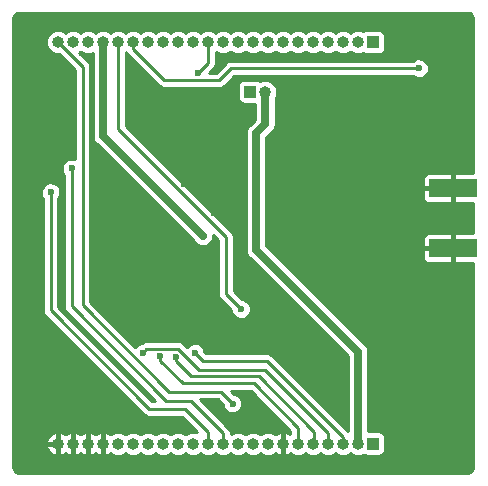
<source format=gbr>
G04 #@! TF.GenerationSoftware,KiCad,Pcbnew,5.99.0-unknown-d20d310~86~ubuntu18.04.1*
G04 #@! TF.CreationDate,2019-12-20T15:33:37-05:00*
G04 #@! TF.ProjectId,me3616_module_board,6d653336-3136-45f6-9d6f-64756c655f62,rev?*
G04 #@! TF.SameCoordinates,Original*
G04 #@! TF.FileFunction,Copper,L2,Bot*
G04 #@! TF.FilePolarity,Positive*
%FSLAX46Y46*%
G04 Gerber Fmt 4.6, Leading zero omitted, Abs format (unit mm)*
G04 Created by KiCad (PCBNEW 5.99.0-unknown-d20d310~86~ubuntu18.04.1) date 2019-12-20 15:33:37*
%MOMM*%
%LPD*%
G04 APERTURE LIST*
%ADD10O,1.000000X1.000000*%
%ADD11R,1.000000X1.000000*%
%ADD12R,4.064000X1.524000*%
%ADD13C,0.600000*%
%ADD14C,0.250000*%
%ADD15C,0.700000*%
%ADD16C,0.254000*%
G04 APERTURE END LIST*
D10*
X124330000Y-117000000D03*
X125600000Y-117000000D03*
X126870000Y-117000000D03*
X128140000Y-117000000D03*
X129410000Y-117000000D03*
X130680000Y-117000000D03*
X131950000Y-117000000D03*
X133220000Y-117000000D03*
X134490000Y-117000000D03*
X135760000Y-117000000D03*
X137030000Y-117000000D03*
X138300000Y-117000000D03*
X139570000Y-117000000D03*
X140840000Y-117000000D03*
X142110000Y-117000000D03*
X143380000Y-117000000D03*
X144650000Y-117000000D03*
X145920000Y-117000000D03*
X147190000Y-117000000D03*
X148460000Y-117000000D03*
X149730000Y-117000000D03*
D11*
X151000000Y-117000000D03*
D10*
X124330000Y-83000000D03*
X125600000Y-83000000D03*
X126870000Y-83000000D03*
X128140000Y-83000000D03*
X129410000Y-83000000D03*
X130680000Y-83000000D03*
X131950000Y-83000000D03*
X133220000Y-83000000D03*
X134490000Y-83000000D03*
X135760000Y-83000000D03*
X137030000Y-83000000D03*
X138300000Y-83000000D03*
X139570000Y-83000000D03*
X140840000Y-83000000D03*
X142110000Y-83000000D03*
X143380000Y-83000000D03*
X144650000Y-83000000D03*
X145920000Y-83000000D03*
X147190000Y-83000000D03*
X148460000Y-83000000D03*
X149730000Y-83000000D03*
D11*
X151000000Y-83000000D03*
D10*
X141870000Y-87200000D03*
D11*
X140600000Y-87200000D03*
D12*
X157768000Y-100440000D03*
X157768000Y-95360000D03*
D13*
X139100000Y-113600000D03*
X139800000Y-105600000D03*
X136600000Y-99400000D03*
X127500000Y-112500000D03*
X125000000Y-112500000D03*
X122500000Y-110000000D03*
X155000000Y-107500000D03*
X152500000Y-107500000D03*
X140000000Y-100000000D03*
X142500000Y-100000000D03*
X142500000Y-97500000D03*
X142500000Y-95000000D03*
X140000000Y-95000000D03*
X140000000Y-97500000D03*
X137500000Y-97500000D03*
X137500000Y-95000000D03*
X135000000Y-95000000D03*
X137500000Y-105000000D03*
X135000000Y-105000000D03*
X135000000Y-102500000D03*
X132500000Y-100000000D03*
X132500000Y-102500000D03*
X132500000Y-105000000D03*
X130000000Y-105000000D03*
X130000000Y-102500000D03*
X130000000Y-100000000D03*
X130000000Y-97500000D03*
X122500000Y-90000000D03*
X122500000Y-87500000D03*
X122500000Y-85000000D03*
X122500000Y-82500000D03*
X122500000Y-107500000D03*
X125000000Y-110000000D03*
X122500000Y-112500000D03*
X130000000Y-115000000D03*
X127500000Y-115000000D03*
X125000000Y-115000000D03*
X122500000Y-115000000D03*
X122500000Y-117500000D03*
X152500000Y-117500000D03*
X155000000Y-117500000D03*
X152500000Y-105000000D03*
X150000000Y-105000000D03*
X147500000Y-105000000D03*
X147500000Y-102500000D03*
X150000000Y-102500000D03*
X152500000Y-102500000D03*
X155000000Y-105000000D03*
X155000000Y-102500000D03*
X157500000Y-102500000D03*
X157500000Y-105000000D03*
X157500000Y-107500000D03*
X157500000Y-115000000D03*
X157500000Y-117500000D03*
X155000000Y-92500000D03*
X152500000Y-92500000D03*
X150000000Y-92500000D03*
X147500000Y-92500000D03*
X145000000Y-92500000D03*
X145000000Y-90000000D03*
X155000000Y-90000000D03*
X152500000Y-90000000D03*
X150000000Y-90000000D03*
X147500000Y-90000000D03*
X147500000Y-87500000D03*
X150000000Y-87500000D03*
X155000000Y-87500000D03*
X152500000Y-82500000D03*
X155000000Y-82500000D03*
X157500000Y-92500000D03*
X157500000Y-87500000D03*
X157500000Y-85000000D03*
X155000000Y-95500000D03*
X153500000Y-95500000D03*
X152000000Y-95500000D03*
X150500000Y-95500000D03*
X149000000Y-95500000D03*
X152900000Y-99300000D03*
X151400000Y-99300000D03*
X148400000Y-99300000D03*
X155000000Y-100400000D03*
X153500000Y-100400000D03*
X152000000Y-100400000D03*
X150500000Y-100400000D03*
X149000000Y-100400000D03*
X154400000Y-96600000D03*
X152900000Y-96600000D03*
X151400000Y-96600000D03*
X149900000Y-96600000D03*
X148400000Y-96600000D03*
X147500000Y-100400000D03*
X146900000Y-99300000D03*
X147500000Y-95500000D03*
X146900000Y-96600000D03*
X132500000Y-115000000D03*
X154887500Y-85212500D03*
X125474990Y-93700000D03*
X123700000Y-95700000D03*
X135900000Y-109300000D03*
X133000000Y-109600000D03*
X131500000Y-109300000D03*
X134300000Y-109700000D03*
X136200000Y-85600000D03*
D14*
X133737499Y-112600000D02*
X138100000Y-112600000D01*
X138100000Y-112600000D02*
X138800001Y-113300001D01*
X138800001Y-113300001D02*
X139100000Y-113600000D01*
X126400000Y-105262501D02*
X133737499Y-112600000D01*
X124330000Y-83000000D02*
X126400000Y-85070000D01*
X126400000Y-85070000D02*
X126400000Y-105262501D01*
X138300000Y-116133707D02*
X135566293Y-113400000D01*
X138300000Y-117000000D02*
X138300000Y-116133707D01*
X125474990Y-94124264D02*
X125474990Y-93700000D01*
X135566293Y-113400000D02*
X133500000Y-113400000D01*
X133500000Y-113400000D02*
X125474990Y-105374990D01*
X125474990Y-105374990D02*
X125474990Y-94124264D01*
X129410000Y-90335002D02*
X138537499Y-99462501D01*
X138537499Y-99462501D02*
X138537499Y-104337499D01*
X138537499Y-104337499D02*
X139800000Y-105600000D01*
D15*
X136300001Y-99100001D02*
X136600000Y-99400000D01*
X128140000Y-90940000D02*
X136300001Y-99100001D01*
X128140000Y-83000000D02*
X128140000Y-90940000D01*
D14*
X129410000Y-83000000D02*
X129410000Y-90335002D01*
X130680000Y-83580000D02*
X133325001Y-86225001D01*
X133325001Y-86225001D02*
X137974999Y-86225001D01*
X137974999Y-86225001D02*
X138987500Y-85212500D01*
X130680000Y-83000000D02*
X130680000Y-83580000D01*
X138987500Y-85212500D02*
X154887500Y-85212500D01*
X137030000Y-116030000D02*
X135050010Y-114050010D01*
X137030000Y-117000000D02*
X137030000Y-116030000D01*
X135050010Y-114050010D02*
X132050010Y-114050010D01*
X123700000Y-105700000D02*
X123700000Y-96124264D01*
X132050010Y-114050010D02*
X123700000Y-105700000D01*
X123700000Y-96124264D02*
X123700000Y-95700000D01*
X146000000Y-116920000D02*
X146000000Y-116000000D01*
X145920000Y-117000000D02*
X146000000Y-116920000D01*
X146000000Y-116000000D02*
X141300000Y-111300000D01*
X141300000Y-111300000D02*
X135600000Y-111300000D01*
X135600000Y-111300000D02*
X134300000Y-110000000D01*
X134300000Y-110000000D02*
X134300000Y-109700000D01*
X148460000Y-116460000D02*
X142000000Y-110000000D01*
X142000000Y-110000000D02*
X136600000Y-110000000D01*
X148460000Y-117000000D02*
X148460000Y-116460000D01*
X136600000Y-110000000D02*
X135900000Y-109300000D01*
X144650000Y-115650000D02*
X140899976Y-111899976D01*
X133000000Y-110024264D02*
X133000000Y-109600000D01*
X144650000Y-117000000D02*
X144650000Y-115650000D01*
X140899976Y-111899976D02*
X134875712Y-111899976D01*
X134875712Y-111899976D02*
X133000000Y-110024264D01*
X141820001Y-110725001D02*
X136250003Y-110725001D01*
X131825002Y-108974998D02*
X131799999Y-109000001D01*
X147190000Y-117000000D02*
X147190000Y-116095000D01*
X147190000Y-116095000D02*
X141820001Y-110725001D01*
X134500000Y-108974998D02*
X131825002Y-108974998D01*
X136250003Y-110725001D02*
X134500000Y-108974998D01*
X131799999Y-109000001D02*
X131500000Y-109300000D01*
D15*
X141100000Y-90700000D02*
X141870000Y-89930000D01*
X141870000Y-89930000D02*
X141870000Y-87200000D01*
X141100000Y-100600000D02*
X141100000Y-90700000D01*
X149730000Y-109230000D02*
X141100000Y-100600000D01*
X149730000Y-117000000D02*
X149730000Y-109230000D01*
D14*
X137030000Y-83000000D02*
X137030000Y-84770000D01*
X137030000Y-84770000D02*
X136200000Y-85600000D01*
G36*
X158936474Y-80527266D02*
G01*
X159093762Y-80543243D01*
X159183687Y-80571423D01*
X159266111Y-80617112D01*
X159337671Y-80678447D01*
X159395428Y-80752906D01*
X159437037Y-80837468D01*
X159462442Y-80935000D01*
X159471340Y-81050625D01*
X159474001Y-81061795D01*
X159474001Y-94064164D01*
X157842000Y-94064164D01*
X157842000Y-96655836D01*
X159474001Y-96655836D01*
X159474001Y-99144164D01*
X157842000Y-99144164D01*
X157842000Y-101735836D01*
X159474000Y-101735836D01*
X159474000Y-118931682D01*
X159472734Y-118936474D01*
X159456757Y-119093761D01*
X159428576Y-119183689D01*
X159382889Y-119266112D01*
X159321556Y-119337669D01*
X159247093Y-119395428D01*
X159162532Y-119437037D01*
X159065000Y-119462442D01*
X158949375Y-119471340D01*
X158938210Y-119474000D01*
X121068318Y-119474000D01*
X121063526Y-119472734D01*
X120906239Y-119456757D01*
X120816311Y-119428576D01*
X120733888Y-119382889D01*
X120662331Y-119321556D01*
X120604572Y-119247093D01*
X120562963Y-119162532D01*
X120537558Y-119065000D01*
X120528660Y-118949375D01*
X120526000Y-118938210D01*
X120526000Y-117074000D01*
X123296807Y-117074000D01*
X123348842Y-117318798D01*
X123436564Y-117515825D01*
X123563334Y-117690309D01*
X123723611Y-117834624D01*
X123910390Y-117942460D01*
X124256000Y-118054757D01*
X124256000Y-117074000D01*
X123296807Y-117074000D01*
X120526000Y-117074000D01*
X120526000Y-116926000D01*
X123296807Y-116926000D01*
X124256000Y-116926000D01*
X124256000Y-115945243D01*
X124404000Y-115945243D01*
X124404000Y-118054757D01*
X124749610Y-117942460D01*
X124936389Y-117834624D01*
X124965000Y-117808862D01*
X124993611Y-117834624D01*
X125180390Y-117942460D01*
X125526000Y-118054757D01*
X125526000Y-115945243D01*
X125674000Y-115945243D01*
X125674000Y-118054757D01*
X126019610Y-117942460D01*
X126206389Y-117834624D01*
X126235000Y-117808862D01*
X126263611Y-117834624D01*
X126450390Y-117942460D01*
X126796000Y-118054757D01*
X126796000Y-115945243D01*
X126944000Y-115945243D01*
X126944000Y-118054757D01*
X127289610Y-117942460D01*
X127476389Y-117834624D01*
X127505000Y-117808862D01*
X127533611Y-117834624D01*
X127720390Y-117942460D01*
X128066000Y-118054757D01*
X128066000Y-115945243D01*
X127720390Y-116057540D01*
X127533611Y-116165376D01*
X127505000Y-116191138D01*
X127476389Y-116165376D01*
X127289610Y-116057540D01*
X126944000Y-115945243D01*
X126796000Y-115945243D01*
X126450390Y-116057540D01*
X126263611Y-116165376D01*
X126235000Y-116191138D01*
X126206389Y-116165376D01*
X126019610Y-116057540D01*
X125674000Y-115945243D01*
X125526000Y-115945243D01*
X125180390Y-116057540D01*
X124993611Y-116165376D01*
X124965000Y-116191138D01*
X124936389Y-116165376D01*
X124749610Y-116057540D01*
X124404000Y-115945243D01*
X124256000Y-115945243D01*
X123910390Y-116057540D01*
X123723611Y-116165376D01*
X123563334Y-116309691D01*
X123436564Y-116484175D01*
X123348842Y-116681202D01*
X123296807Y-116926000D01*
X120526000Y-116926000D01*
X120526000Y-95692710D01*
X122864710Y-95692710D01*
X122899492Y-95938642D01*
X123005051Y-96163474D01*
X123049001Y-96211860D01*
X123049000Y-105630549D01*
X123040741Y-105668911D01*
X123049000Y-105738693D01*
X123049000Y-105754024D01*
X123055278Y-105791743D01*
X123066876Y-105889730D01*
X123073434Y-105900818D01*
X123075592Y-105913783D01*
X123178504Y-106104514D01*
X123249387Y-106170038D01*
X131540571Y-114461223D01*
X131561859Y-114494193D01*
X131617049Y-114537702D01*
X131627885Y-114548538D01*
X131659001Y-114570774D01*
X131736484Y-114631856D01*
X131748962Y-114635060D01*
X131759653Y-114642700D01*
X131967290Y-114704797D01*
X132063683Y-114701010D01*
X134780359Y-114701010D01*
X136116326Y-116036978D01*
X135974492Y-115990893D01*
X135760000Y-115968349D01*
X135545508Y-115990893D01*
X135340390Y-116057540D01*
X135153611Y-116165376D01*
X135125000Y-116191138D01*
X135096389Y-116165376D01*
X134909610Y-116057540D01*
X134704492Y-115990893D01*
X134490000Y-115968349D01*
X134275508Y-115990893D01*
X134070390Y-116057540D01*
X133883611Y-116165376D01*
X133855000Y-116191138D01*
X133826389Y-116165376D01*
X133639610Y-116057540D01*
X133434492Y-115990893D01*
X133220000Y-115968349D01*
X133005508Y-115990893D01*
X132800390Y-116057540D01*
X132613611Y-116165376D01*
X132585000Y-116191138D01*
X132556389Y-116165376D01*
X132369610Y-116057540D01*
X132164492Y-115990893D01*
X131950000Y-115968349D01*
X131735508Y-115990893D01*
X131530390Y-116057540D01*
X131343611Y-116165376D01*
X131315000Y-116191138D01*
X131286389Y-116165376D01*
X131099610Y-116057540D01*
X130894492Y-115990893D01*
X130680000Y-115968349D01*
X130465508Y-115990893D01*
X130260390Y-116057540D01*
X130073611Y-116165376D01*
X130045000Y-116191138D01*
X130016389Y-116165376D01*
X129829610Y-116057540D01*
X129624492Y-115990893D01*
X129410000Y-115968349D01*
X129195508Y-115990893D01*
X128990390Y-116057540D01*
X128803611Y-116165376D01*
X128775000Y-116191138D01*
X128746389Y-116165376D01*
X128559610Y-116057540D01*
X128214000Y-115945243D01*
X128214000Y-118054757D01*
X128559610Y-117942460D01*
X128746389Y-117834624D01*
X128775000Y-117808862D01*
X128803611Y-117834624D01*
X128990390Y-117942460D01*
X129195508Y-118009107D01*
X129410000Y-118031651D01*
X129624492Y-118009107D01*
X129829610Y-117942460D01*
X130016389Y-117834624D01*
X130045000Y-117808862D01*
X130073611Y-117834624D01*
X130260390Y-117942460D01*
X130465508Y-118009107D01*
X130680000Y-118031651D01*
X130894492Y-118009107D01*
X131099610Y-117942460D01*
X131286389Y-117834624D01*
X131315000Y-117808862D01*
X131343611Y-117834624D01*
X131530390Y-117942460D01*
X131735508Y-118009107D01*
X131950000Y-118031651D01*
X132164492Y-118009107D01*
X132369610Y-117942460D01*
X132556389Y-117834624D01*
X132585000Y-117808862D01*
X132613611Y-117834624D01*
X132800390Y-117942460D01*
X133005508Y-118009107D01*
X133220000Y-118031651D01*
X133434492Y-118009107D01*
X133639610Y-117942460D01*
X133826389Y-117834624D01*
X133855000Y-117808862D01*
X133883611Y-117834624D01*
X134070390Y-117942460D01*
X134275508Y-118009107D01*
X134490000Y-118031651D01*
X134704492Y-118009107D01*
X134909610Y-117942460D01*
X135096389Y-117834624D01*
X135125000Y-117808862D01*
X135153611Y-117834624D01*
X135340390Y-117942460D01*
X135545508Y-118009107D01*
X135760000Y-118031651D01*
X135974492Y-118009107D01*
X136179610Y-117942460D01*
X136366389Y-117834624D01*
X136395000Y-117808862D01*
X136423611Y-117834624D01*
X136610390Y-117942460D01*
X136815508Y-118009107D01*
X137030000Y-118031651D01*
X137244492Y-118009107D01*
X137449610Y-117942460D01*
X137636389Y-117834624D01*
X137665000Y-117808862D01*
X137693611Y-117834624D01*
X137880390Y-117942460D01*
X138085508Y-118009107D01*
X138300000Y-118031651D01*
X138514492Y-118009107D01*
X138719610Y-117942460D01*
X138906389Y-117834624D01*
X138935000Y-117808862D01*
X138963611Y-117834624D01*
X139150390Y-117942460D01*
X139355508Y-118009107D01*
X139570000Y-118031651D01*
X139784492Y-118009107D01*
X139989610Y-117942460D01*
X140176389Y-117834624D01*
X140205000Y-117808862D01*
X140233611Y-117834624D01*
X140420390Y-117942460D01*
X140625508Y-118009107D01*
X140840000Y-118031651D01*
X141054492Y-118009107D01*
X141259610Y-117942460D01*
X141446389Y-117834624D01*
X141475000Y-117808862D01*
X141503611Y-117834624D01*
X141690390Y-117942460D01*
X141895508Y-118009107D01*
X142110000Y-118031651D01*
X142324492Y-118009107D01*
X142529610Y-117942460D01*
X142716389Y-117834624D01*
X142745000Y-117808862D01*
X142773611Y-117834624D01*
X142960390Y-117942460D01*
X143306000Y-118054757D01*
X143306000Y-115945243D01*
X142960390Y-116057540D01*
X142773611Y-116165376D01*
X142745000Y-116191138D01*
X142716389Y-116165376D01*
X142529610Y-116057540D01*
X142324492Y-115990893D01*
X142110000Y-115968349D01*
X141895508Y-115990893D01*
X141690390Y-116057540D01*
X141503611Y-116165376D01*
X141475000Y-116191138D01*
X141446389Y-116165376D01*
X141259610Y-116057540D01*
X141054492Y-115990893D01*
X140840000Y-115968349D01*
X140625508Y-115990893D01*
X140420390Y-116057540D01*
X140233611Y-116165376D01*
X140205000Y-116191138D01*
X140176389Y-116165376D01*
X139989610Y-116057540D01*
X139784492Y-115990893D01*
X139570000Y-115968349D01*
X139355508Y-115990893D01*
X139150390Y-116057540D01*
X138963611Y-116165376D01*
X138958059Y-116170375D01*
X138959260Y-116164796D01*
X138951000Y-116095007D01*
X138951000Y-116079682D01*
X138944723Y-116041969D01*
X138933124Y-115943977D01*
X138926567Y-115932890D01*
X138924409Y-115919924D01*
X138821496Y-115729193D01*
X138750626Y-115663681D01*
X136337944Y-113251000D01*
X137830349Y-113251000D01*
X138279973Y-113700624D01*
X138299492Y-113838642D01*
X138405051Y-114063474D01*
X138572052Y-114247328D01*
X138785732Y-114373950D01*
X139027197Y-114432143D01*
X139275099Y-114416764D01*
X139507520Y-114329171D01*
X139703911Y-114177109D01*
X139846907Y-113974022D01*
X139924022Y-113737386D01*
X139926295Y-113477016D01*
X139853321Y-113239069D01*
X139713890Y-113033519D01*
X139520184Y-112878053D01*
X139289327Y-112786417D01*
X139199958Y-112779305D01*
X138971628Y-112550976D01*
X140630325Y-112550976D01*
X143999001Y-115919653D01*
X143999001Y-116176732D01*
X143986389Y-116165376D01*
X143799610Y-116057540D01*
X143454000Y-115945243D01*
X143454000Y-118054757D01*
X143799610Y-117942460D01*
X143986389Y-117834624D01*
X144015000Y-117808862D01*
X144043611Y-117834624D01*
X144230390Y-117942460D01*
X144435508Y-118009107D01*
X144650000Y-118031651D01*
X144864492Y-118009107D01*
X145069610Y-117942460D01*
X145256389Y-117834624D01*
X145285000Y-117808862D01*
X145313611Y-117834624D01*
X145500390Y-117942460D01*
X145705508Y-118009107D01*
X145920000Y-118031651D01*
X146134492Y-118009107D01*
X146339610Y-117942460D01*
X146526389Y-117834624D01*
X146555000Y-117808862D01*
X146583611Y-117834624D01*
X146770390Y-117942460D01*
X146975508Y-118009107D01*
X147190000Y-118031651D01*
X147404492Y-118009107D01*
X147609610Y-117942460D01*
X147796389Y-117834624D01*
X147825000Y-117808862D01*
X147853611Y-117834624D01*
X148040390Y-117942460D01*
X148245508Y-118009107D01*
X148460000Y-118031651D01*
X148674492Y-118009107D01*
X148879610Y-117942460D01*
X149066389Y-117834624D01*
X149095000Y-117808862D01*
X149123611Y-117834624D01*
X149310390Y-117942460D01*
X149515508Y-118009107D01*
X149730000Y-118031651D01*
X149944492Y-118009107D01*
X150149610Y-117942460D01*
X150184911Y-117922079D01*
X150294765Y-117995480D01*
X150487590Y-118033836D01*
X151512410Y-118033836D01*
X151705235Y-117995480D01*
X151879225Y-117879225D01*
X151995480Y-117705235D01*
X152033836Y-117512410D01*
X152033836Y-116487590D01*
X151995480Y-116294765D01*
X151879225Y-116120775D01*
X151705235Y-116004520D01*
X151512410Y-115966164D01*
X150606000Y-115966164D01*
X150606000Y-109328140D01*
X150612147Y-109300976D01*
X150606000Y-109201906D01*
X150606000Y-109167174D01*
X150602199Y-109140624D01*
X150596609Y-109050533D01*
X150584487Y-109016954D01*
X150579425Y-108981610D01*
X150542062Y-108899433D01*
X150511273Y-108814148D01*
X150490554Y-108786148D01*
X150475568Y-108753189D01*
X150408993Y-108675926D01*
X150392534Y-108653683D01*
X150372980Y-108634130D01*
X150311775Y-108563098D01*
X150283845Y-108544995D01*
X142252850Y-100514000D01*
X155202164Y-100514000D01*
X155202164Y-101214410D01*
X155240520Y-101407235D01*
X155356775Y-101581225D01*
X155530765Y-101697480D01*
X155723590Y-101735836D01*
X157694000Y-101735836D01*
X157694000Y-100514000D01*
X155202164Y-100514000D01*
X142252850Y-100514000D01*
X141976000Y-100237151D01*
X141976000Y-99665590D01*
X155202164Y-99665590D01*
X155202164Y-100366000D01*
X157694000Y-100366000D01*
X157694000Y-99144164D01*
X155723590Y-99144164D01*
X155530765Y-99182520D01*
X155356775Y-99298775D01*
X155240520Y-99472765D01*
X155202164Y-99665590D01*
X141976000Y-99665590D01*
X141976000Y-95434000D01*
X155202164Y-95434000D01*
X155202164Y-96134410D01*
X155240520Y-96327235D01*
X155356775Y-96501225D01*
X155530765Y-96617480D01*
X155723590Y-96655836D01*
X157694000Y-96655836D01*
X157694000Y-95434000D01*
X155202164Y-95434000D01*
X141976000Y-95434000D01*
X141976000Y-94585590D01*
X155202164Y-94585590D01*
X155202164Y-95286000D01*
X157694000Y-95286000D01*
X157694000Y-94064164D01*
X155723590Y-94064164D01*
X155530765Y-94102520D01*
X155356775Y-94218775D01*
X155240520Y-94392765D01*
X155202164Y-94585590D01*
X141976000Y-94585590D01*
X141976000Y-91062850D01*
X142420030Y-90618821D01*
X142443583Y-90603960D01*
X142509300Y-90529550D01*
X142533850Y-90505001D01*
X142549932Y-90483543D01*
X142609687Y-90415884D01*
X142624859Y-90383569D01*
X142646272Y-90354997D01*
X142677957Y-90270475D01*
X142716495Y-90188393D01*
X142721644Y-90153937D01*
X142734351Y-90120040D01*
X142741910Y-90018333D01*
X142746000Y-89990966D01*
X142746000Y-89963295D01*
X142752947Y-89869808D01*
X142746000Y-89837264D01*
X142746000Y-87739824D01*
X142763436Y-87715825D01*
X142851158Y-87518798D01*
X142896000Y-87307837D01*
X142896000Y-87092163D01*
X142851158Y-86881202D01*
X142763436Y-86684175D01*
X142636666Y-86509691D01*
X142476389Y-86365376D01*
X142289610Y-86257540D01*
X142084492Y-86190893D01*
X141870000Y-86168349D01*
X141655508Y-86190893D01*
X141450390Y-86257540D01*
X141415089Y-86277921D01*
X141305235Y-86204520D01*
X141112410Y-86166164D01*
X140087590Y-86166164D01*
X139894765Y-86204520D01*
X139720775Y-86320775D01*
X139604520Y-86494765D01*
X139566164Y-86687590D01*
X139566164Y-87712410D01*
X139604520Y-87905235D01*
X139720775Y-88079225D01*
X139894765Y-88195480D01*
X140087590Y-88233836D01*
X140994001Y-88233836D01*
X140994000Y-89567149D01*
X140549971Y-90011179D01*
X140526417Y-90026040D01*
X140460697Y-90100454D01*
X140436149Y-90125001D01*
X140420072Y-90146453D01*
X140360314Y-90214116D01*
X140345141Y-90246433D01*
X140323728Y-90275005D01*
X140292038Y-90359536D01*
X140253506Y-90441607D01*
X140248358Y-90476055D01*
X140235648Y-90509961D01*
X140228088Y-90611684D01*
X140224001Y-90639035D01*
X140224001Y-90666679D01*
X140217052Y-90760194D01*
X140224001Y-90792747D01*
X140224000Y-100501860D01*
X140217853Y-100529024D01*
X140224000Y-100628094D01*
X140224000Y-100662825D01*
X140227801Y-100689375D01*
X140233391Y-100779466D01*
X140245513Y-100813045D01*
X140250575Y-100848389D01*
X140287938Y-100930566D01*
X140318727Y-101015851D01*
X140339446Y-101043851D01*
X140354432Y-101076809D01*
X140421017Y-101154086D01*
X140437467Y-101176316D01*
X140457020Y-101195869D01*
X140518224Y-101266902D01*
X140546158Y-101285007D01*
X148854001Y-109592851D01*
X148854000Y-115933348D01*
X142509442Y-109588791D01*
X142488151Y-109555817D01*
X142432956Y-109512304D01*
X142422124Y-109501472D01*
X142391020Y-109479244D01*
X142313529Y-109418156D01*
X142301049Y-109414951D01*
X142290355Y-109407309D01*
X142082718Y-109345213D01*
X141986326Y-109349000D01*
X136869654Y-109349000D01*
X136726047Y-109205394D01*
X136726295Y-109177016D01*
X136653321Y-108939069D01*
X136513890Y-108733519D01*
X136320184Y-108578053D01*
X136089327Y-108486417D01*
X135841731Y-108466712D01*
X135599287Y-108520684D01*
X135383430Y-108643556D01*
X135240815Y-108795162D01*
X135009442Y-108563789D01*
X134988151Y-108530815D01*
X134932956Y-108487302D01*
X134922124Y-108476470D01*
X134891020Y-108454242D01*
X134813529Y-108393154D01*
X134801049Y-108389949D01*
X134790355Y-108382307D01*
X134582718Y-108320211D01*
X134486326Y-108323998D01*
X131894457Y-108323998D01*
X131856091Y-108315738D01*
X131786303Y-108323998D01*
X131770975Y-108323998D01*
X131733246Y-108330278D01*
X131635274Y-108341874D01*
X131624187Y-108348431D01*
X131611219Y-108350589D01*
X131420488Y-108453502D01*
X131399609Y-108476089D01*
X131199287Y-108520684D01*
X130983430Y-108643556D01*
X130846872Y-108788721D01*
X127051000Y-104992850D01*
X127051000Y-85139451D01*
X127059259Y-85101089D01*
X127051000Y-85031307D01*
X127051000Y-85015973D01*
X127044718Y-84978236D01*
X127033124Y-84880270D01*
X127026566Y-84869182D01*
X127024408Y-84856216D01*
X126921496Y-84665486D01*
X126850639Y-84599986D01*
X126129606Y-83878954D01*
X126206389Y-83834624D01*
X126235000Y-83808862D01*
X126263611Y-83834624D01*
X126450390Y-83942460D01*
X126655508Y-84009107D01*
X126870000Y-84031651D01*
X127084492Y-84009107D01*
X127264000Y-83950781D01*
X127264001Y-90841855D01*
X127257853Y-90869023D01*
X127264001Y-90968110D01*
X127264001Y-91002828D01*
X127267801Y-91029362D01*
X127273391Y-91119466D01*
X127285514Y-91153044D01*
X127290575Y-91188389D01*
X127327938Y-91270564D01*
X127358727Y-91355850D01*
X127379448Y-91383854D01*
X127394433Y-91416811D01*
X127461013Y-91494082D01*
X127477467Y-91516317D01*
X127497021Y-91535870D01*
X127558226Y-91606902D01*
X127586156Y-91625005D01*
X135724985Y-99763836D01*
X135724993Y-99763842D01*
X136025001Y-100063851D01*
X136175004Y-100176272D01*
X136409959Y-100264352D01*
X136660193Y-100282948D01*
X136905587Y-100230564D01*
X137126416Y-100111411D01*
X137304927Y-99935069D01*
X137426768Y-99715712D01*
X137482147Y-99470976D01*
X137472677Y-99318331D01*
X137886499Y-99732153D01*
X137886500Y-104268045D01*
X137878241Y-104306410D01*
X137886500Y-104376199D01*
X137886500Y-104391524D01*
X137892775Y-104429225D01*
X137904375Y-104527227D01*
X137910933Y-104538317D01*
X137913092Y-104551284D01*
X138016004Y-104742013D01*
X138086860Y-104807512D01*
X138979972Y-105700625D01*
X138999492Y-105838643D01*
X139105051Y-106063474D01*
X139272052Y-106247328D01*
X139485732Y-106373950D01*
X139727197Y-106432143D01*
X139975099Y-106416764D01*
X140207520Y-106329171D01*
X140403911Y-106177109D01*
X140546907Y-105974022D01*
X140624022Y-105737386D01*
X140626295Y-105477016D01*
X140553321Y-105239069D01*
X140413890Y-105033519D01*
X140220184Y-104878053D01*
X139989327Y-104786417D01*
X139899956Y-104779305D01*
X139188499Y-104067848D01*
X139188499Y-99531956D01*
X139196759Y-99493590D01*
X139188499Y-99423801D01*
X139188499Y-99408475D01*
X139182221Y-99370758D01*
X139170623Y-99272770D01*
X139164065Y-99261682D01*
X139161907Y-99248717D01*
X139058995Y-99057987D01*
X138988125Y-98992475D01*
X130061000Y-90065351D01*
X130061000Y-83823269D01*
X130073611Y-83834624D01*
X130079446Y-83837993D01*
X130158505Y-83984514D01*
X130229374Y-84050025D01*
X132815563Y-86636215D01*
X132836851Y-86669184D01*
X132892040Y-86712692D01*
X132902876Y-86723529D01*
X132933992Y-86745765D01*
X133011475Y-86806847D01*
X133023953Y-86810051D01*
X133034644Y-86817691D01*
X133242281Y-86879788D01*
X133338674Y-86876001D01*
X137905548Y-86876001D01*
X137943910Y-86884260D01*
X138013692Y-86876001D01*
X138029025Y-86876001D01*
X138066756Y-86869721D01*
X138164728Y-86858125D01*
X138175815Y-86851568D01*
X138188782Y-86849410D01*
X138379513Y-86746497D01*
X138445024Y-86675628D01*
X139257153Y-85863500D01*
X154365748Y-85863500D01*
X154573232Y-85986450D01*
X154814697Y-86044643D01*
X155062599Y-86029264D01*
X155295020Y-85941671D01*
X155491411Y-85789609D01*
X155634407Y-85586522D01*
X155711522Y-85349886D01*
X155713795Y-85089516D01*
X155640821Y-84851569D01*
X155501390Y-84646019D01*
X155307684Y-84490553D01*
X155076827Y-84398917D01*
X154829231Y-84379212D01*
X154586787Y-84433184D01*
X154370930Y-84556056D01*
X154365809Y-84561500D01*
X139056955Y-84561500D01*
X139018589Y-84553240D01*
X138948800Y-84561500D01*
X138933474Y-84561500D01*
X138895757Y-84567778D01*
X138797769Y-84579376D01*
X138786681Y-84585934D01*
X138773716Y-84588092D01*
X138582986Y-84691004D01*
X138517486Y-84761861D01*
X137705347Y-85574001D01*
X137146651Y-85574001D01*
X137441216Y-85279437D01*
X137474183Y-85258150D01*
X137517691Y-85202961D01*
X137528528Y-85192125D01*
X137550764Y-85161009D01*
X137611846Y-85083526D01*
X137615050Y-85071048D01*
X137622690Y-85060357D01*
X137684787Y-84852720D01*
X137681000Y-84756327D01*
X137681000Y-83823269D01*
X137693611Y-83834624D01*
X137880390Y-83942460D01*
X138085508Y-84009107D01*
X138300000Y-84031651D01*
X138514492Y-84009107D01*
X138719610Y-83942460D01*
X138906389Y-83834624D01*
X138935000Y-83808862D01*
X138963611Y-83834624D01*
X139150390Y-83942460D01*
X139355508Y-84009107D01*
X139570000Y-84031651D01*
X139784492Y-84009107D01*
X139989610Y-83942460D01*
X140176389Y-83834624D01*
X140205000Y-83808862D01*
X140233611Y-83834624D01*
X140420390Y-83942460D01*
X140625508Y-84009107D01*
X140840000Y-84031651D01*
X141054492Y-84009107D01*
X141259610Y-83942460D01*
X141446389Y-83834624D01*
X141475000Y-83808862D01*
X141503611Y-83834624D01*
X141690390Y-83942460D01*
X141895508Y-84009107D01*
X142110000Y-84031651D01*
X142324492Y-84009107D01*
X142529610Y-83942460D01*
X142716389Y-83834624D01*
X142745000Y-83808862D01*
X142773611Y-83834624D01*
X142960390Y-83942460D01*
X143165508Y-84009107D01*
X143380000Y-84031651D01*
X143594492Y-84009107D01*
X143799610Y-83942460D01*
X143986389Y-83834624D01*
X144015000Y-83808862D01*
X144043611Y-83834624D01*
X144230390Y-83942460D01*
X144435508Y-84009107D01*
X144650000Y-84031651D01*
X144864492Y-84009107D01*
X145069610Y-83942460D01*
X145256389Y-83834624D01*
X145285000Y-83808862D01*
X145313611Y-83834624D01*
X145500390Y-83942460D01*
X145705508Y-84009107D01*
X145920000Y-84031651D01*
X146134492Y-84009107D01*
X146339610Y-83942460D01*
X146526389Y-83834624D01*
X146555000Y-83808862D01*
X146583611Y-83834624D01*
X146770390Y-83942460D01*
X146975508Y-84009107D01*
X147190000Y-84031651D01*
X147404492Y-84009107D01*
X147609610Y-83942460D01*
X147796389Y-83834624D01*
X147825000Y-83808862D01*
X147853611Y-83834624D01*
X148040390Y-83942460D01*
X148245508Y-84009107D01*
X148460000Y-84031651D01*
X148674492Y-84009107D01*
X148879610Y-83942460D01*
X149066389Y-83834624D01*
X149095000Y-83808862D01*
X149123611Y-83834624D01*
X149310390Y-83942460D01*
X149515508Y-84009107D01*
X149730000Y-84031651D01*
X149944492Y-84009107D01*
X150149610Y-83942460D01*
X150184911Y-83922079D01*
X150294765Y-83995480D01*
X150487590Y-84033836D01*
X151512410Y-84033836D01*
X151705235Y-83995480D01*
X151879225Y-83879225D01*
X151995480Y-83705235D01*
X152033836Y-83512410D01*
X152033836Y-82487590D01*
X151995480Y-82294765D01*
X151879225Y-82120775D01*
X151705235Y-82004520D01*
X151512410Y-81966164D01*
X150487590Y-81966164D01*
X150294765Y-82004520D01*
X150184911Y-82077921D01*
X150149610Y-82057540D01*
X149944492Y-81990893D01*
X149730000Y-81968349D01*
X149515508Y-81990893D01*
X149310390Y-82057540D01*
X149123611Y-82165376D01*
X149095000Y-82191138D01*
X149066389Y-82165376D01*
X148879610Y-82057540D01*
X148674492Y-81990893D01*
X148460000Y-81968349D01*
X148245508Y-81990893D01*
X148040390Y-82057540D01*
X147853611Y-82165376D01*
X147825000Y-82191138D01*
X147796389Y-82165376D01*
X147609610Y-82057540D01*
X147404492Y-81990893D01*
X147190000Y-81968349D01*
X146975508Y-81990893D01*
X146770390Y-82057540D01*
X146583611Y-82165376D01*
X146555000Y-82191138D01*
X146526389Y-82165376D01*
X146339610Y-82057540D01*
X146134492Y-81990893D01*
X145920000Y-81968349D01*
X145705508Y-81990893D01*
X145500390Y-82057540D01*
X145313611Y-82165376D01*
X145285000Y-82191138D01*
X145256389Y-82165376D01*
X145069610Y-82057540D01*
X144864492Y-81990893D01*
X144650000Y-81968349D01*
X144435508Y-81990893D01*
X144230390Y-82057540D01*
X144043611Y-82165376D01*
X144015000Y-82191138D01*
X143986389Y-82165376D01*
X143799610Y-82057540D01*
X143594492Y-81990893D01*
X143380000Y-81968349D01*
X143165508Y-81990893D01*
X142960390Y-82057540D01*
X142773611Y-82165376D01*
X142745000Y-82191138D01*
X142716389Y-82165376D01*
X142529610Y-82057540D01*
X142324492Y-81990893D01*
X142110000Y-81968349D01*
X141895508Y-81990893D01*
X141690390Y-82057540D01*
X141503611Y-82165376D01*
X141475000Y-82191138D01*
X141446389Y-82165376D01*
X141259610Y-82057540D01*
X141054492Y-81990893D01*
X140840000Y-81968349D01*
X140625508Y-81990893D01*
X140420390Y-82057540D01*
X140233611Y-82165376D01*
X140205000Y-82191138D01*
X140176389Y-82165376D01*
X139989610Y-82057540D01*
X139784492Y-81990893D01*
X139570000Y-81968349D01*
X139355508Y-81990893D01*
X139150390Y-82057540D01*
X138963611Y-82165376D01*
X138935000Y-82191138D01*
X138906389Y-82165376D01*
X138719610Y-82057540D01*
X138514492Y-81990893D01*
X138300000Y-81968349D01*
X138085508Y-81990893D01*
X137880390Y-82057540D01*
X137693611Y-82165376D01*
X137665000Y-82191138D01*
X137636389Y-82165376D01*
X137449610Y-82057540D01*
X137244492Y-81990893D01*
X137030000Y-81968349D01*
X136815508Y-81990893D01*
X136610390Y-82057540D01*
X136423611Y-82165376D01*
X136395000Y-82191138D01*
X136366389Y-82165376D01*
X136179610Y-82057540D01*
X135974492Y-81990893D01*
X135760000Y-81968349D01*
X135545508Y-81990893D01*
X135340390Y-82057540D01*
X135153611Y-82165376D01*
X135125000Y-82191138D01*
X135096389Y-82165376D01*
X134909610Y-82057540D01*
X134704492Y-81990893D01*
X134490000Y-81968349D01*
X134275508Y-81990893D01*
X134070390Y-82057540D01*
X133883611Y-82165376D01*
X133855000Y-82191138D01*
X133826389Y-82165376D01*
X133639610Y-82057540D01*
X133434492Y-81990893D01*
X133220000Y-81968349D01*
X133005508Y-81990893D01*
X132800390Y-82057540D01*
X132613611Y-82165376D01*
X132585000Y-82191138D01*
X132556389Y-82165376D01*
X132369610Y-82057540D01*
X132164492Y-81990893D01*
X131950000Y-81968349D01*
X131735508Y-81990893D01*
X131530390Y-82057540D01*
X131343611Y-82165376D01*
X131315000Y-82191138D01*
X131286389Y-82165376D01*
X131099610Y-82057540D01*
X130894492Y-81990893D01*
X130680000Y-81968349D01*
X130465508Y-81990893D01*
X130260390Y-82057540D01*
X130073611Y-82165376D01*
X130045000Y-82191138D01*
X130016389Y-82165376D01*
X129829610Y-82057540D01*
X129624492Y-81990893D01*
X129410000Y-81968349D01*
X129195508Y-81990893D01*
X128990390Y-82057540D01*
X128803611Y-82165376D01*
X128775000Y-82191138D01*
X128746389Y-82165376D01*
X128559610Y-82057540D01*
X128354492Y-81990893D01*
X128140000Y-81968349D01*
X127925508Y-81990893D01*
X127720390Y-82057540D01*
X127533611Y-82165376D01*
X127505000Y-82191138D01*
X127476389Y-82165376D01*
X127289610Y-82057540D01*
X127084492Y-81990893D01*
X126870000Y-81968349D01*
X126655508Y-81990893D01*
X126450390Y-82057540D01*
X126263611Y-82165376D01*
X126235000Y-82191138D01*
X126206389Y-82165376D01*
X126019610Y-82057540D01*
X125814492Y-81990893D01*
X125600000Y-81968349D01*
X125385508Y-81990893D01*
X125180390Y-82057540D01*
X124993611Y-82165376D01*
X124965000Y-82191138D01*
X124936389Y-82165376D01*
X124749610Y-82057540D01*
X124544492Y-81990893D01*
X124330000Y-81968349D01*
X124115508Y-81990893D01*
X123910390Y-82057540D01*
X123723611Y-82165376D01*
X123563334Y-82309691D01*
X123436564Y-82484175D01*
X123348842Y-82681202D01*
X123304000Y-82892163D01*
X123304000Y-83107837D01*
X123348842Y-83318798D01*
X123436564Y-83515825D01*
X123563334Y-83690309D01*
X123723611Y-83834624D01*
X123910390Y-83942460D01*
X124115508Y-84009107D01*
X124330000Y-84031651D01*
X124430443Y-84021095D01*
X125749000Y-85339652D01*
X125749000Y-92920031D01*
X125664317Y-92886417D01*
X125416721Y-92866712D01*
X125174277Y-92920684D01*
X124958420Y-93043556D01*
X124788235Y-93224469D01*
X124678769Y-93447424D01*
X124639700Y-93692710D01*
X124674482Y-93938642D01*
X124780041Y-94163474D01*
X124823991Y-94211860D01*
X124823990Y-105305539D01*
X124815731Y-105343901D01*
X124823990Y-105413683D01*
X124823990Y-105429014D01*
X124830268Y-105466733D01*
X124841866Y-105564720D01*
X124848424Y-105575808D01*
X124850582Y-105588773D01*
X124953494Y-105779504D01*
X125024377Y-105845028D01*
X132578358Y-113399010D01*
X132319663Y-113399010D01*
X124351000Y-105430349D01*
X124351000Y-96210232D01*
X124446907Y-96074022D01*
X124524022Y-95837386D01*
X124526295Y-95577016D01*
X124453321Y-95339069D01*
X124313890Y-95133519D01*
X124120184Y-94978053D01*
X123889327Y-94886417D01*
X123641731Y-94866712D01*
X123399287Y-94920684D01*
X123183430Y-95043556D01*
X123013245Y-95224469D01*
X122903779Y-95447424D01*
X122864710Y-95692710D01*
X120526000Y-95692710D01*
X120526000Y-81068318D01*
X120527266Y-81063526D01*
X120543243Y-80906238D01*
X120571423Y-80816313D01*
X120617112Y-80733889D01*
X120678447Y-80662329D01*
X120752906Y-80604572D01*
X120837468Y-80562963D01*
X120935000Y-80537558D01*
X121050625Y-80528660D01*
X121061790Y-80526000D01*
X158931682Y-80526000D01*
X158936474Y-80527266D01*
G37*
D16*
X158936474Y-80527266D02*
X159093762Y-80543243D01*
X159183687Y-80571423D01*
X159266111Y-80617112D01*
X159337671Y-80678447D01*
X159395428Y-80752906D01*
X159437037Y-80837468D01*
X159462442Y-80935000D01*
X159471340Y-81050625D01*
X159474001Y-81061795D01*
X159474001Y-94064164D01*
X157842000Y-94064164D01*
X157842000Y-96655836D01*
X159474001Y-96655836D01*
X159474001Y-99144164D01*
X157842000Y-99144164D01*
X157842000Y-101735836D01*
X159474000Y-101735836D01*
X159474000Y-118931682D01*
X159472734Y-118936474D01*
X159456757Y-119093761D01*
X159428576Y-119183689D01*
X159382889Y-119266112D01*
X159321556Y-119337669D01*
X159247093Y-119395428D01*
X159162532Y-119437037D01*
X159065000Y-119462442D01*
X158949375Y-119471340D01*
X158938210Y-119474000D01*
X121068318Y-119474000D01*
X121063526Y-119472734D01*
X120906239Y-119456757D01*
X120816311Y-119428576D01*
X120733888Y-119382889D01*
X120662331Y-119321556D01*
X120604572Y-119247093D01*
X120562963Y-119162532D01*
X120537558Y-119065000D01*
X120528660Y-118949375D01*
X120526000Y-118938210D01*
X120526000Y-117074000D01*
X123296807Y-117074000D01*
X123348842Y-117318798D01*
X123436564Y-117515825D01*
X123563334Y-117690309D01*
X123723611Y-117834624D01*
X123910390Y-117942460D01*
X124256000Y-118054757D01*
X124256000Y-117074000D01*
X123296807Y-117074000D01*
X120526000Y-117074000D01*
X120526000Y-116926000D01*
X123296807Y-116926000D01*
X124256000Y-116926000D01*
X124256000Y-115945243D01*
X124404000Y-115945243D01*
X124404000Y-118054757D01*
X124749610Y-117942460D01*
X124936389Y-117834624D01*
X124965000Y-117808862D01*
X124993611Y-117834624D01*
X125180390Y-117942460D01*
X125526000Y-118054757D01*
X125526000Y-115945243D01*
X125674000Y-115945243D01*
X125674000Y-118054757D01*
X126019610Y-117942460D01*
X126206389Y-117834624D01*
X126235000Y-117808862D01*
X126263611Y-117834624D01*
X126450390Y-117942460D01*
X126796000Y-118054757D01*
X126796000Y-115945243D01*
X126944000Y-115945243D01*
X126944000Y-118054757D01*
X127289610Y-117942460D01*
X127476389Y-117834624D01*
X127505000Y-117808862D01*
X127533611Y-117834624D01*
X127720390Y-117942460D01*
X128066000Y-118054757D01*
X128066000Y-115945243D01*
X127720390Y-116057540D01*
X127533611Y-116165376D01*
X127505000Y-116191138D01*
X127476389Y-116165376D01*
X127289610Y-116057540D01*
X126944000Y-115945243D01*
X126796000Y-115945243D01*
X126450390Y-116057540D01*
X126263611Y-116165376D01*
X126235000Y-116191138D01*
X126206389Y-116165376D01*
X126019610Y-116057540D01*
X125674000Y-115945243D01*
X125526000Y-115945243D01*
X125180390Y-116057540D01*
X124993611Y-116165376D01*
X124965000Y-116191138D01*
X124936389Y-116165376D01*
X124749610Y-116057540D01*
X124404000Y-115945243D01*
X124256000Y-115945243D01*
X123910390Y-116057540D01*
X123723611Y-116165376D01*
X123563334Y-116309691D01*
X123436564Y-116484175D01*
X123348842Y-116681202D01*
X123296807Y-116926000D01*
X120526000Y-116926000D01*
X120526000Y-95692710D01*
X122864710Y-95692710D01*
X122899492Y-95938642D01*
X123005051Y-96163474D01*
X123049001Y-96211860D01*
X123049000Y-105630549D01*
X123040741Y-105668911D01*
X123049000Y-105738693D01*
X123049000Y-105754024D01*
X123055278Y-105791743D01*
X123066876Y-105889730D01*
X123073434Y-105900818D01*
X123075592Y-105913783D01*
X123178504Y-106104514D01*
X123249387Y-106170038D01*
X131540571Y-114461223D01*
X131561859Y-114494193D01*
X131617049Y-114537702D01*
X131627885Y-114548538D01*
X131659001Y-114570774D01*
X131736484Y-114631856D01*
X131748962Y-114635060D01*
X131759653Y-114642700D01*
X131967290Y-114704797D01*
X132063683Y-114701010D01*
X134780359Y-114701010D01*
X136116326Y-116036978D01*
X135974492Y-115990893D01*
X135760000Y-115968349D01*
X135545508Y-115990893D01*
X135340390Y-116057540D01*
X135153611Y-116165376D01*
X135125000Y-116191138D01*
X135096389Y-116165376D01*
X134909610Y-116057540D01*
X134704492Y-115990893D01*
X134490000Y-115968349D01*
X134275508Y-115990893D01*
X134070390Y-116057540D01*
X133883611Y-116165376D01*
X133855000Y-116191138D01*
X133826389Y-116165376D01*
X133639610Y-116057540D01*
X133434492Y-115990893D01*
X133220000Y-115968349D01*
X133005508Y-115990893D01*
X132800390Y-116057540D01*
X132613611Y-116165376D01*
X132585000Y-116191138D01*
X132556389Y-116165376D01*
X132369610Y-116057540D01*
X132164492Y-115990893D01*
X131950000Y-115968349D01*
X131735508Y-115990893D01*
X131530390Y-116057540D01*
X131343611Y-116165376D01*
X131315000Y-116191138D01*
X131286389Y-116165376D01*
X131099610Y-116057540D01*
X130894492Y-115990893D01*
X130680000Y-115968349D01*
X130465508Y-115990893D01*
X130260390Y-116057540D01*
X130073611Y-116165376D01*
X130045000Y-116191138D01*
X130016389Y-116165376D01*
X129829610Y-116057540D01*
X129624492Y-115990893D01*
X129410000Y-115968349D01*
X129195508Y-115990893D01*
X128990390Y-116057540D01*
X128803611Y-116165376D01*
X128775000Y-116191138D01*
X128746389Y-116165376D01*
X128559610Y-116057540D01*
X128214000Y-115945243D01*
X128214000Y-118054757D01*
X128559610Y-117942460D01*
X128746389Y-117834624D01*
X128775000Y-117808862D01*
X128803611Y-117834624D01*
X128990390Y-117942460D01*
X129195508Y-118009107D01*
X129410000Y-118031651D01*
X129624492Y-118009107D01*
X129829610Y-117942460D01*
X130016389Y-117834624D01*
X130045000Y-117808862D01*
X130073611Y-117834624D01*
X130260390Y-117942460D01*
X130465508Y-118009107D01*
X130680000Y-118031651D01*
X130894492Y-118009107D01*
X131099610Y-117942460D01*
X131286389Y-117834624D01*
X131315000Y-117808862D01*
X131343611Y-117834624D01*
X131530390Y-117942460D01*
X131735508Y-118009107D01*
X131950000Y-118031651D01*
X132164492Y-118009107D01*
X132369610Y-117942460D01*
X132556389Y-117834624D01*
X132585000Y-117808862D01*
X132613611Y-117834624D01*
X132800390Y-117942460D01*
X133005508Y-118009107D01*
X133220000Y-118031651D01*
X133434492Y-118009107D01*
X133639610Y-117942460D01*
X133826389Y-117834624D01*
X133855000Y-117808862D01*
X133883611Y-117834624D01*
X134070390Y-117942460D01*
X134275508Y-118009107D01*
X134490000Y-118031651D01*
X134704492Y-118009107D01*
X134909610Y-117942460D01*
X135096389Y-117834624D01*
X135125000Y-117808862D01*
X135153611Y-117834624D01*
X135340390Y-117942460D01*
X135545508Y-118009107D01*
X135760000Y-118031651D01*
X135974492Y-118009107D01*
X136179610Y-117942460D01*
X136366389Y-117834624D01*
X136395000Y-117808862D01*
X136423611Y-117834624D01*
X136610390Y-117942460D01*
X136815508Y-118009107D01*
X137030000Y-118031651D01*
X137244492Y-118009107D01*
X137449610Y-117942460D01*
X137636389Y-117834624D01*
X137665000Y-117808862D01*
X137693611Y-117834624D01*
X137880390Y-117942460D01*
X138085508Y-118009107D01*
X138300000Y-118031651D01*
X138514492Y-118009107D01*
X138719610Y-117942460D01*
X138906389Y-117834624D01*
X138935000Y-117808862D01*
X138963611Y-117834624D01*
X139150390Y-117942460D01*
X139355508Y-118009107D01*
X139570000Y-118031651D01*
X139784492Y-118009107D01*
X139989610Y-117942460D01*
X140176389Y-117834624D01*
X140205000Y-117808862D01*
X140233611Y-117834624D01*
X140420390Y-117942460D01*
X140625508Y-118009107D01*
X140840000Y-118031651D01*
X141054492Y-118009107D01*
X141259610Y-117942460D01*
X141446389Y-117834624D01*
X141475000Y-117808862D01*
X141503611Y-117834624D01*
X141690390Y-117942460D01*
X141895508Y-118009107D01*
X142110000Y-118031651D01*
X142324492Y-118009107D01*
X142529610Y-117942460D01*
X142716389Y-117834624D01*
X142745000Y-117808862D01*
X142773611Y-117834624D01*
X142960390Y-117942460D01*
X143306000Y-118054757D01*
X143306000Y-115945243D01*
X142960390Y-116057540D01*
X142773611Y-116165376D01*
X142745000Y-116191138D01*
X142716389Y-116165376D01*
X142529610Y-116057540D01*
X142324492Y-115990893D01*
X142110000Y-115968349D01*
X141895508Y-115990893D01*
X141690390Y-116057540D01*
X141503611Y-116165376D01*
X141475000Y-116191138D01*
X141446389Y-116165376D01*
X141259610Y-116057540D01*
X141054492Y-115990893D01*
X140840000Y-115968349D01*
X140625508Y-115990893D01*
X140420390Y-116057540D01*
X140233611Y-116165376D01*
X140205000Y-116191138D01*
X140176389Y-116165376D01*
X139989610Y-116057540D01*
X139784492Y-115990893D01*
X139570000Y-115968349D01*
X139355508Y-115990893D01*
X139150390Y-116057540D01*
X138963611Y-116165376D01*
X138958059Y-116170375D01*
X138959260Y-116164796D01*
X138951000Y-116095007D01*
X138951000Y-116079682D01*
X138944723Y-116041969D01*
X138933124Y-115943977D01*
X138926567Y-115932890D01*
X138924409Y-115919924D01*
X138821496Y-115729193D01*
X138750626Y-115663681D01*
X136337944Y-113251000D01*
X137830349Y-113251000D01*
X138279973Y-113700624D01*
X138299492Y-113838642D01*
X138405051Y-114063474D01*
X138572052Y-114247328D01*
X138785732Y-114373950D01*
X139027197Y-114432143D01*
X139275099Y-114416764D01*
X139507520Y-114329171D01*
X139703911Y-114177109D01*
X139846907Y-113974022D01*
X139924022Y-113737386D01*
X139926295Y-113477016D01*
X139853321Y-113239069D01*
X139713890Y-113033519D01*
X139520184Y-112878053D01*
X139289327Y-112786417D01*
X139199958Y-112779305D01*
X138971628Y-112550976D01*
X140630325Y-112550976D01*
X143999001Y-115919653D01*
X143999001Y-116176732D01*
X143986389Y-116165376D01*
X143799610Y-116057540D01*
X143454000Y-115945243D01*
X143454000Y-118054757D01*
X143799610Y-117942460D01*
X143986389Y-117834624D01*
X144015000Y-117808862D01*
X144043611Y-117834624D01*
X144230390Y-117942460D01*
X144435508Y-118009107D01*
X144650000Y-118031651D01*
X144864492Y-118009107D01*
X145069610Y-117942460D01*
X145256389Y-117834624D01*
X145285000Y-117808862D01*
X145313611Y-117834624D01*
X145500390Y-117942460D01*
X145705508Y-118009107D01*
X145920000Y-118031651D01*
X146134492Y-118009107D01*
X146339610Y-117942460D01*
X146526389Y-117834624D01*
X146555000Y-117808862D01*
X146583611Y-117834624D01*
X146770390Y-117942460D01*
X146975508Y-118009107D01*
X147190000Y-118031651D01*
X147404492Y-118009107D01*
X147609610Y-117942460D01*
X147796389Y-117834624D01*
X147825000Y-117808862D01*
X147853611Y-117834624D01*
X148040390Y-117942460D01*
X148245508Y-118009107D01*
X148460000Y-118031651D01*
X148674492Y-118009107D01*
X148879610Y-117942460D01*
X149066389Y-117834624D01*
X149095000Y-117808862D01*
X149123611Y-117834624D01*
X149310390Y-117942460D01*
X149515508Y-118009107D01*
X149730000Y-118031651D01*
X149944492Y-118009107D01*
X150149610Y-117942460D01*
X150184911Y-117922079D01*
X150294765Y-117995480D01*
X150487590Y-118033836D01*
X151512410Y-118033836D01*
X151705235Y-117995480D01*
X151879225Y-117879225D01*
X151995480Y-117705235D01*
X152033836Y-117512410D01*
X152033836Y-116487590D01*
X151995480Y-116294765D01*
X151879225Y-116120775D01*
X151705235Y-116004520D01*
X151512410Y-115966164D01*
X150606000Y-115966164D01*
X150606000Y-109328140D01*
X150612147Y-109300976D01*
X150606000Y-109201906D01*
X150606000Y-109167174D01*
X150602199Y-109140624D01*
X150596609Y-109050533D01*
X150584487Y-109016954D01*
X150579425Y-108981610D01*
X150542062Y-108899433D01*
X150511273Y-108814148D01*
X150490554Y-108786148D01*
X150475568Y-108753189D01*
X150408993Y-108675926D01*
X150392534Y-108653683D01*
X150372980Y-108634130D01*
X150311775Y-108563098D01*
X150283845Y-108544995D01*
X142252850Y-100514000D01*
X155202164Y-100514000D01*
X155202164Y-101214410D01*
X155240520Y-101407235D01*
X155356775Y-101581225D01*
X155530765Y-101697480D01*
X155723590Y-101735836D01*
X157694000Y-101735836D01*
X157694000Y-100514000D01*
X155202164Y-100514000D01*
X142252850Y-100514000D01*
X141976000Y-100237151D01*
X141976000Y-99665590D01*
X155202164Y-99665590D01*
X155202164Y-100366000D01*
X157694000Y-100366000D01*
X157694000Y-99144164D01*
X155723590Y-99144164D01*
X155530765Y-99182520D01*
X155356775Y-99298775D01*
X155240520Y-99472765D01*
X155202164Y-99665590D01*
X141976000Y-99665590D01*
X141976000Y-95434000D01*
X155202164Y-95434000D01*
X155202164Y-96134410D01*
X155240520Y-96327235D01*
X155356775Y-96501225D01*
X155530765Y-96617480D01*
X155723590Y-96655836D01*
X157694000Y-96655836D01*
X157694000Y-95434000D01*
X155202164Y-95434000D01*
X141976000Y-95434000D01*
X141976000Y-94585590D01*
X155202164Y-94585590D01*
X155202164Y-95286000D01*
X157694000Y-95286000D01*
X157694000Y-94064164D01*
X155723590Y-94064164D01*
X155530765Y-94102520D01*
X155356775Y-94218775D01*
X155240520Y-94392765D01*
X155202164Y-94585590D01*
X141976000Y-94585590D01*
X141976000Y-91062850D01*
X142420030Y-90618821D01*
X142443583Y-90603960D01*
X142509300Y-90529550D01*
X142533850Y-90505001D01*
X142549932Y-90483543D01*
X142609687Y-90415884D01*
X142624859Y-90383569D01*
X142646272Y-90354997D01*
X142677957Y-90270475D01*
X142716495Y-90188393D01*
X142721644Y-90153937D01*
X142734351Y-90120040D01*
X142741910Y-90018333D01*
X142746000Y-89990966D01*
X142746000Y-89963295D01*
X142752947Y-89869808D01*
X142746000Y-89837264D01*
X142746000Y-87739824D01*
X142763436Y-87715825D01*
X142851158Y-87518798D01*
X142896000Y-87307837D01*
X142896000Y-87092163D01*
X142851158Y-86881202D01*
X142763436Y-86684175D01*
X142636666Y-86509691D01*
X142476389Y-86365376D01*
X142289610Y-86257540D01*
X142084492Y-86190893D01*
X141870000Y-86168349D01*
X141655508Y-86190893D01*
X141450390Y-86257540D01*
X141415089Y-86277921D01*
X141305235Y-86204520D01*
X141112410Y-86166164D01*
X140087590Y-86166164D01*
X139894765Y-86204520D01*
X139720775Y-86320775D01*
X139604520Y-86494765D01*
X139566164Y-86687590D01*
X139566164Y-87712410D01*
X139604520Y-87905235D01*
X139720775Y-88079225D01*
X139894765Y-88195480D01*
X140087590Y-88233836D01*
X140994001Y-88233836D01*
X140994000Y-89567149D01*
X140549971Y-90011179D01*
X140526417Y-90026040D01*
X140460697Y-90100454D01*
X140436149Y-90125001D01*
X140420072Y-90146453D01*
X140360314Y-90214116D01*
X140345141Y-90246433D01*
X140323728Y-90275005D01*
X140292038Y-90359536D01*
X140253506Y-90441607D01*
X140248358Y-90476055D01*
X140235648Y-90509961D01*
X140228088Y-90611684D01*
X140224001Y-90639035D01*
X140224001Y-90666679D01*
X140217052Y-90760194D01*
X140224001Y-90792747D01*
X140224000Y-100501860D01*
X140217853Y-100529024D01*
X140224000Y-100628094D01*
X140224000Y-100662825D01*
X140227801Y-100689375D01*
X140233391Y-100779466D01*
X140245513Y-100813045D01*
X140250575Y-100848389D01*
X140287938Y-100930566D01*
X140318727Y-101015851D01*
X140339446Y-101043851D01*
X140354432Y-101076809D01*
X140421017Y-101154086D01*
X140437467Y-101176316D01*
X140457020Y-101195869D01*
X140518224Y-101266902D01*
X140546158Y-101285007D01*
X148854001Y-109592851D01*
X148854000Y-115933348D01*
X142509442Y-109588791D01*
X142488151Y-109555817D01*
X142432956Y-109512304D01*
X142422124Y-109501472D01*
X142391020Y-109479244D01*
X142313529Y-109418156D01*
X142301049Y-109414951D01*
X142290355Y-109407309D01*
X142082718Y-109345213D01*
X141986326Y-109349000D01*
X136869654Y-109349000D01*
X136726047Y-109205394D01*
X136726295Y-109177016D01*
X136653321Y-108939069D01*
X136513890Y-108733519D01*
X136320184Y-108578053D01*
X136089327Y-108486417D01*
X135841731Y-108466712D01*
X135599287Y-108520684D01*
X135383430Y-108643556D01*
X135240815Y-108795162D01*
X135009442Y-108563789D01*
X134988151Y-108530815D01*
X134932956Y-108487302D01*
X134922124Y-108476470D01*
X134891020Y-108454242D01*
X134813529Y-108393154D01*
X134801049Y-108389949D01*
X134790355Y-108382307D01*
X134582718Y-108320211D01*
X134486326Y-108323998D01*
X131894457Y-108323998D01*
X131856091Y-108315738D01*
X131786303Y-108323998D01*
X131770975Y-108323998D01*
X131733246Y-108330278D01*
X131635274Y-108341874D01*
X131624187Y-108348431D01*
X131611219Y-108350589D01*
X131420488Y-108453502D01*
X131399609Y-108476089D01*
X131199287Y-108520684D01*
X130983430Y-108643556D01*
X130846872Y-108788721D01*
X127051000Y-104992850D01*
X127051000Y-85139451D01*
X127059259Y-85101089D01*
X127051000Y-85031307D01*
X127051000Y-85015973D01*
X127044718Y-84978236D01*
X127033124Y-84880270D01*
X127026566Y-84869182D01*
X127024408Y-84856216D01*
X126921496Y-84665486D01*
X126850639Y-84599986D01*
X126129606Y-83878954D01*
X126206389Y-83834624D01*
X126235000Y-83808862D01*
X126263611Y-83834624D01*
X126450390Y-83942460D01*
X126655508Y-84009107D01*
X126870000Y-84031651D01*
X127084492Y-84009107D01*
X127264000Y-83950781D01*
X127264001Y-90841855D01*
X127257853Y-90869023D01*
X127264001Y-90968110D01*
X127264001Y-91002828D01*
X127267801Y-91029362D01*
X127273391Y-91119466D01*
X127285514Y-91153044D01*
X127290575Y-91188389D01*
X127327938Y-91270564D01*
X127358727Y-91355850D01*
X127379448Y-91383854D01*
X127394433Y-91416811D01*
X127461013Y-91494082D01*
X127477467Y-91516317D01*
X127497021Y-91535870D01*
X127558226Y-91606902D01*
X127586156Y-91625005D01*
X135724985Y-99763836D01*
X135724993Y-99763842D01*
X136025001Y-100063851D01*
X136175004Y-100176272D01*
X136409959Y-100264352D01*
X136660193Y-100282948D01*
X136905587Y-100230564D01*
X137126416Y-100111411D01*
X137304927Y-99935069D01*
X137426768Y-99715712D01*
X137482147Y-99470976D01*
X137472677Y-99318331D01*
X137886499Y-99732153D01*
X137886500Y-104268045D01*
X137878241Y-104306410D01*
X137886500Y-104376199D01*
X137886500Y-104391524D01*
X137892775Y-104429225D01*
X137904375Y-104527227D01*
X137910933Y-104538317D01*
X137913092Y-104551284D01*
X138016004Y-104742013D01*
X138086860Y-104807512D01*
X138979972Y-105700625D01*
X138999492Y-105838643D01*
X139105051Y-106063474D01*
X139272052Y-106247328D01*
X139485732Y-106373950D01*
X139727197Y-106432143D01*
X139975099Y-106416764D01*
X140207520Y-106329171D01*
X140403911Y-106177109D01*
X140546907Y-105974022D01*
X140624022Y-105737386D01*
X140626295Y-105477016D01*
X140553321Y-105239069D01*
X140413890Y-105033519D01*
X140220184Y-104878053D01*
X139989327Y-104786417D01*
X139899956Y-104779305D01*
X139188499Y-104067848D01*
X139188499Y-99531956D01*
X139196759Y-99493590D01*
X139188499Y-99423801D01*
X139188499Y-99408475D01*
X139182221Y-99370758D01*
X139170623Y-99272770D01*
X139164065Y-99261682D01*
X139161907Y-99248717D01*
X139058995Y-99057987D01*
X138988125Y-98992475D01*
X130061000Y-90065351D01*
X130061000Y-83823269D01*
X130073611Y-83834624D01*
X130079446Y-83837993D01*
X130158505Y-83984514D01*
X130229374Y-84050025D01*
X132815563Y-86636215D01*
X132836851Y-86669184D01*
X132892040Y-86712692D01*
X132902876Y-86723529D01*
X132933992Y-86745765D01*
X133011475Y-86806847D01*
X133023953Y-86810051D01*
X133034644Y-86817691D01*
X133242281Y-86879788D01*
X133338674Y-86876001D01*
X137905548Y-86876001D01*
X137943910Y-86884260D01*
X138013692Y-86876001D01*
X138029025Y-86876001D01*
X138066756Y-86869721D01*
X138164728Y-86858125D01*
X138175815Y-86851568D01*
X138188782Y-86849410D01*
X138379513Y-86746497D01*
X138445024Y-86675628D01*
X139257153Y-85863500D01*
X154365748Y-85863500D01*
X154573232Y-85986450D01*
X154814697Y-86044643D01*
X155062599Y-86029264D01*
X155295020Y-85941671D01*
X155491411Y-85789609D01*
X155634407Y-85586522D01*
X155711522Y-85349886D01*
X155713795Y-85089516D01*
X155640821Y-84851569D01*
X155501390Y-84646019D01*
X155307684Y-84490553D01*
X155076827Y-84398917D01*
X154829231Y-84379212D01*
X154586787Y-84433184D01*
X154370930Y-84556056D01*
X154365809Y-84561500D01*
X139056955Y-84561500D01*
X139018589Y-84553240D01*
X138948800Y-84561500D01*
X138933474Y-84561500D01*
X138895757Y-84567778D01*
X138797769Y-84579376D01*
X138786681Y-84585934D01*
X138773716Y-84588092D01*
X138582986Y-84691004D01*
X138517486Y-84761861D01*
X137705347Y-85574001D01*
X137146651Y-85574001D01*
X137441216Y-85279437D01*
X137474183Y-85258150D01*
X137517691Y-85202961D01*
X137528528Y-85192125D01*
X137550764Y-85161009D01*
X137611846Y-85083526D01*
X137615050Y-85071048D01*
X137622690Y-85060357D01*
X137684787Y-84852720D01*
X137681000Y-84756327D01*
X137681000Y-83823269D01*
X137693611Y-83834624D01*
X137880390Y-83942460D01*
X138085508Y-84009107D01*
X138300000Y-84031651D01*
X138514492Y-84009107D01*
X138719610Y-83942460D01*
X138906389Y-83834624D01*
X138935000Y-83808862D01*
X138963611Y-83834624D01*
X139150390Y-83942460D01*
X139355508Y-84009107D01*
X139570000Y-84031651D01*
X139784492Y-84009107D01*
X139989610Y-83942460D01*
X140176389Y-83834624D01*
X140205000Y-83808862D01*
X140233611Y-83834624D01*
X140420390Y-83942460D01*
X140625508Y-84009107D01*
X140840000Y-84031651D01*
X141054492Y-84009107D01*
X141259610Y-83942460D01*
X141446389Y-83834624D01*
X141475000Y-83808862D01*
X141503611Y-83834624D01*
X141690390Y-83942460D01*
X141895508Y-84009107D01*
X142110000Y-84031651D01*
X142324492Y-84009107D01*
X142529610Y-83942460D01*
X142716389Y-83834624D01*
X142745000Y-83808862D01*
X142773611Y-83834624D01*
X142960390Y-83942460D01*
X143165508Y-84009107D01*
X143380000Y-84031651D01*
X143594492Y-84009107D01*
X143799610Y-83942460D01*
X143986389Y-83834624D01*
X144015000Y-83808862D01*
X144043611Y-83834624D01*
X144230390Y-83942460D01*
X144435508Y-84009107D01*
X144650000Y-84031651D01*
X144864492Y-84009107D01*
X145069610Y-83942460D01*
X145256389Y-83834624D01*
X145285000Y-83808862D01*
X145313611Y-83834624D01*
X145500390Y-83942460D01*
X145705508Y-84009107D01*
X145920000Y-84031651D01*
X146134492Y-84009107D01*
X146339610Y-83942460D01*
X146526389Y-83834624D01*
X146555000Y-83808862D01*
X146583611Y-83834624D01*
X146770390Y-83942460D01*
X146975508Y-84009107D01*
X147190000Y-84031651D01*
X147404492Y-84009107D01*
X147609610Y-83942460D01*
X147796389Y-83834624D01*
X147825000Y-83808862D01*
X147853611Y-83834624D01*
X148040390Y-83942460D01*
X148245508Y-84009107D01*
X148460000Y-84031651D01*
X148674492Y-84009107D01*
X148879610Y-83942460D01*
X149066389Y-83834624D01*
X149095000Y-83808862D01*
X149123611Y-83834624D01*
X149310390Y-83942460D01*
X149515508Y-84009107D01*
X149730000Y-84031651D01*
X149944492Y-84009107D01*
X150149610Y-83942460D01*
X150184911Y-83922079D01*
X150294765Y-83995480D01*
X150487590Y-84033836D01*
X151512410Y-84033836D01*
X151705235Y-83995480D01*
X151879225Y-83879225D01*
X151995480Y-83705235D01*
X152033836Y-83512410D01*
X152033836Y-82487590D01*
X151995480Y-82294765D01*
X151879225Y-82120775D01*
X151705235Y-82004520D01*
X151512410Y-81966164D01*
X150487590Y-81966164D01*
X150294765Y-82004520D01*
X150184911Y-82077921D01*
X150149610Y-82057540D01*
X149944492Y-81990893D01*
X149730000Y-81968349D01*
X149515508Y-81990893D01*
X149310390Y-82057540D01*
X149123611Y-82165376D01*
X149095000Y-82191138D01*
X149066389Y-82165376D01*
X148879610Y-82057540D01*
X148674492Y-81990893D01*
X148460000Y-81968349D01*
X148245508Y-81990893D01*
X148040390Y-82057540D01*
X147853611Y-82165376D01*
X147825000Y-82191138D01*
X147796389Y-82165376D01*
X147609610Y-82057540D01*
X147404492Y-81990893D01*
X147190000Y-81968349D01*
X146975508Y-81990893D01*
X146770390Y-82057540D01*
X146583611Y-82165376D01*
X146555000Y-82191138D01*
X146526389Y-82165376D01*
X146339610Y-82057540D01*
X146134492Y-81990893D01*
X145920000Y-81968349D01*
X145705508Y-81990893D01*
X145500390Y-82057540D01*
X145313611Y-82165376D01*
X145285000Y-82191138D01*
X145256389Y-82165376D01*
X145069610Y-82057540D01*
X144864492Y-81990893D01*
X144650000Y-81968349D01*
X144435508Y-81990893D01*
X144230390Y-82057540D01*
X144043611Y-82165376D01*
X144015000Y-82191138D01*
X143986389Y-82165376D01*
X143799610Y-82057540D01*
X143594492Y-81990893D01*
X143380000Y-81968349D01*
X143165508Y-81990893D01*
X142960390Y-82057540D01*
X142773611Y-82165376D01*
X142745000Y-82191138D01*
X142716389Y-82165376D01*
X142529610Y-82057540D01*
X142324492Y-81990893D01*
X142110000Y-81968349D01*
X141895508Y-81990893D01*
X141690390Y-82057540D01*
X141503611Y-82165376D01*
X141475000Y-82191138D01*
X141446389Y-82165376D01*
X141259610Y-82057540D01*
X141054492Y-81990893D01*
X140840000Y-81968349D01*
X140625508Y-81990893D01*
X140420390Y-82057540D01*
X140233611Y-82165376D01*
X140205000Y-82191138D01*
X140176389Y-82165376D01*
X139989610Y-82057540D01*
X139784492Y-81990893D01*
X139570000Y-81968349D01*
X139355508Y-81990893D01*
X139150390Y-82057540D01*
X138963611Y-82165376D01*
X138935000Y-82191138D01*
X138906389Y-82165376D01*
X138719610Y-82057540D01*
X138514492Y-81990893D01*
X138300000Y-81968349D01*
X138085508Y-81990893D01*
X137880390Y-82057540D01*
X137693611Y-82165376D01*
X137665000Y-82191138D01*
X137636389Y-82165376D01*
X137449610Y-82057540D01*
X137244492Y-81990893D01*
X137030000Y-81968349D01*
X136815508Y-81990893D01*
X136610390Y-82057540D01*
X136423611Y-82165376D01*
X136395000Y-82191138D01*
X136366389Y-82165376D01*
X136179610Y-82057540D01*
X135974492Y-81990893D01*
X135760000Y-81968349D01*
X135545508Y-81990893D01*
X135340390Y-82057540D01*
X135153611Y-82165376D01*
X135125000Y-82191138D01*
X135096389Y-82165376D01*
X134909610Y-82057540D01*
X134704492Y-81990893D01*
X134490000Y-81968349D01*
X134275508Y-81990893D01*
X134070390Y-82057540D01*
X133883611Y-82165376D01*
X133855000Y-82191138D01*
X133826389Y-82165376D01*
X133639610Y-82057540D01*
X133434492Y-81990893D01*
X133220000Y-81968349D01*
X133005508Y-81990893D01*
X132800390Y-82057540D01*
X132613611Y-82165376D01*
X132585000Y-82191138D01*
X132556389Y-82165376D01*
X132369610Y-82057540D01*
X132164492Y-81990893D01*
X131950000Y-81968349D01*
X131735508Y-81990893D01*
X131530390Y-82057540D01*
X131343611Y-82165376D01*
X131315000Y-82191138D01*
X131286389Y-82165376D01*
X131099610Y-82057540D01*
X130894492Y-81990893D01*
X130680000Y-81968349D01*
X130465508Y-81990893D01*
X130260390Y-82057540D01*
X130073611Y-82165376D01*
X130045000Y-82191138D01*
X130016389Y-82165376D01*
X129829610Y-82057540D01*
X129624492Y-81990893D01*
X129410000Y-81968349D01*
X129195508Y-81990893D01*
X128990390Y-82057540D01*
X128803611Y-82165376D01*
X128775000Y-82191138D01*
X128746389Y-82165376D01*
X128559610Y-82057540D01*
X128354492Y-81990893D01*
X128140000Y-81968349D01*
X127925508Y-81990893D01*
X127720390Y-82057540D01*
X127533611Y-82165376D01*
X127505000Y-82191138D01*
X127476389Y-82165376D01*
X127289610Y-82057540D01*
X127084492Y-81990893D01*
X126870000Y-81968349D01*
X126655508Y-81990893D01*
X126450390Y-82057540D01*
X126263611Y-82165376D01*
X126235000Y-82191138D01*
X126206389Y-82165376D01*
X126019610Y-82057540D01*
X125814492Y-81990893D01*
X125600000Y-81968349D01*
X125385508Y-81990893D01*
X125180390Y-82057540D01*
X124993611Y-82165376D01*
X124965000Y-82191138D01*
X124936389Y-82165376D01*
X124749610Y-82057540D01*
X124544492Y-81990893D01*
X124330000Y-81968349D01*
X124115508Y-81990893D01*
X123910390Y-82057540D01*
X123723611Y-82165376D01*
X123563334Y-82309691D01*
X123436564Y-82484175D01*
X123348842Y-82681202D01*
X123304000Y-82892163D01*
X123304000Y-83107837D01*
X123348842Y-83318798D01*
X123436564Y-83515825D01*
X123563334Y-83690309D01*
X123723611Y-83834624D01*
X123910390Y-83942460D01*
X124115508Y-84009107D01*
X124330000Y-84031651D01*
X124430443Y-84021095D01*
X125749000Y-85339652D01*
X125749000Y-92920031D01*
X125664317Y-92886417D01*
X125416721Y-92866712D01*
X125174277Y-92920684D01*
X124958420Y-93043556D01*
X124788235Y-93224469D01*
X124678769Y-93447424D01*
X124639700Y-93692710D01*
X124674482Y-93938642D01*
X124780041Y-94163474D01*
X124823991Y-94211860D01*
X124823990Y-105305539D01*
X124815731Y-105343901D01*
X124823990Y-105413683D01*
X124823990Y-105429014D01*
X124830268Y-105466733D01*
X124841866Y-105564720D01*
X124848424Y-105575808D01*
X124850582Y-105588773D01*
X124953494Y-105779504D01*
X125024377Y-105845028D01*
X132578358Y-113399010D01*
X132319663Y-113399010D01*
X124351000Y-105430349D01*
X124351000Y-96210232D01*
X124446907Y-96074022D01*
X124524022Y-95837386D01*
X124526295Y-95577016D01*
X124453321Y-95339069D01*
X124313890Y-95133519D01*
X124120184Y-94978053D01*
X123889327Y-94886417D01*
X123641731Y-94866712D01*
X123399287Y-94920684D01*
X123183430Y-95043556D01*
X123013245Y-95224469D01*
X122903779Y-95447424D01*
X122864710Y-95692710D01*
X120526000Y-95692710D01*
X120526000Y-81068318D01*
X120527266Y-81063526D01*
X120543243Y-80906238D01*
X120571423Y-80816313D01*
X120617112Y-80733889D01*
X120678447Y-80662329D01*
X120752906Y-80604572D01*
X120837468Y-80562963D01*
X120935000Y-80537558D01*
X121050625Y-80528660D01*
X121061790Y-80526000D01*
X158931682Y-80526000D01*
X158936474Y-80527266D01*
M02*

</source>
